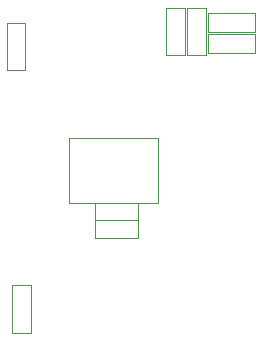
<source format=gbr>
G04 #@! TF.FileFunction,Other,User*
%FSLAX46Y46*%
G04 Gerber Fmt 4.6, Leading zero omitted, Abs format (unit mm)*
G04 Created by KiCad (PCBNEW 4.0.4+dfsg1-stable) date Mon Feb 27 19:18:29 2017*
%MOMM*%
%LPD*%
G01*
G04 APERTURE LIST*
%ADD10C,0.100000*%
%ADD11C,0.050000*%
G04 APERTURE END LIST*
D10*
D11*
X59000000Y15250000D02*
X59000000Y20750000D01*
X66500000Y15250000D02*
X66500000Y20750000D01*
X59000000Y15250000D02*
X66500000Y15250000D01*
X59000000Y20750000D02*
X66500000Y20750000D01*
X64850000Y13750000D02*
X61150000Y13750000D01*
X64850000Y12250000D02*
X61150000Y12250000D01*
X64850000Y13750000D02*
X64850000Y12250000D01*
X61150000Y13750000D02*
X61150000Y12250000D01*
X64850000Y15250000D02*
X61150000Y15250000D01*
X64850000Y13750000D02*
X61150000Y13750000D01*
X64850000Y15250000D02*
X64850000Y13750000D01*
X61150000Y15250000D02*
X61150000Y13750000D01*
X70750000Y29700000D02*
X74750000Y29700000D01*
X70750000Y31300000D02*
X74750000Y31300000D01*
X70750000Y29700000D02*
X70750000Y31300000D01*
X74750000Y29700000D02*
X74750000Y31300000D01*
X70750000Y27950000D02*
X74750000Y27950000D01*
X70750000Y29550000D02*
X74750000Y29550000D01*
X70750000Y27950000D02*
X70750000Y29550000D01*
X74750000Y27950000D02*
X74750000Y29550000D01*
X67200000Y31750000D02*
X67200000Y27750000D01*
X68800000Y31750000D02*
X68800000Y27750000D01*
X67200000Y31750000D02*
X68800000Y31750000D01*
X67200000Y27750000D02*
X68800000Y27750000D01*
X68950000Y31750000D02*
X68950000Y27750000D01*
X70550000Y31750000D02*
X70550000Y27750000D01*
X68950000Y31750000D02*
X70550000Y31750000D01*
X68950000Y27750000D02*
X70550000Y27750000D01*
X54200000Y8250000D02*
X54200000Y4250000D01*
X55800000Y8250000D02*
X55800000Y4250000D01*
X54200000Y8250000D02*
X55800000Y8250000D01*
X54200000Y4250000D02*
X55800000Y4250000D01*
X55300000Y26500000D02*
X55300000Y30500000D01*
X53700000Y26500000D02*
X53700000Y30500000D01*
X55300000Y26500000D02*
X53700000Y26500000D01*
X55300000Y30500000D02*
X53700000Y30500000D01*
M02*

</source>
